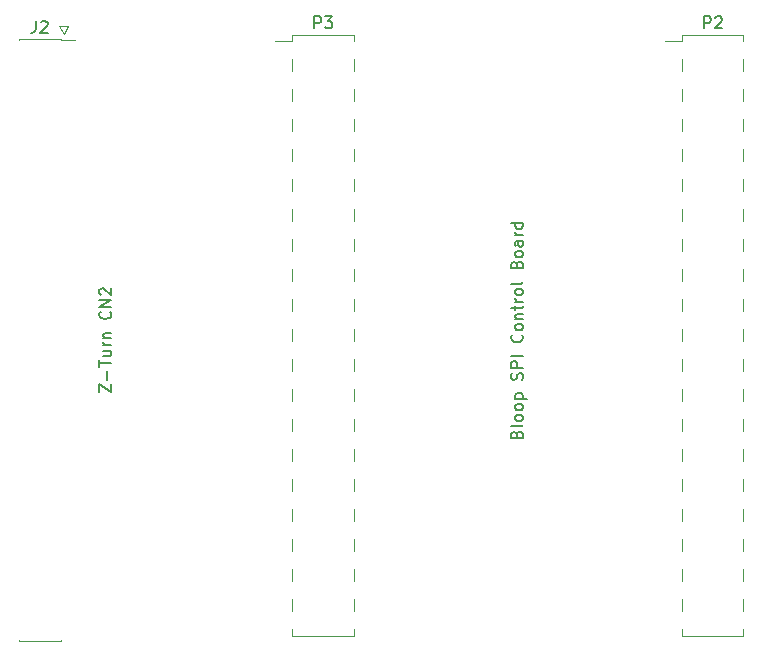
<source format=gbr>
G04 #@! TF.GenerationSoftware,KiCad,Pcbnew,5.1.5-52549c5~84~ubuntu18.04.1*
G04 #@! TF.CreationDate,2020-01-12T14:58:15-06:00*
G04 #@! TF.ProjectId,bloop-zturn-adapter,626c6f6f-702d-47a7-9475-726e2d616461,rev?*
G04 #@! TF.SameCoordinates,Original*
G04 #@! TF.FileFunction,Legend,Top*
G04 #@! TF.FilePolarity,Positive*
%FSLAX46Y46*%
G04 Gerber Fmt 4.6, Leading zero omitted, Abs format (unit mm)*
G04 Created by KiCad (PCBNEW 5.1.5-52549c5~84~ubuntu18.04.1) date 2020-01-12 14:58:15*
%MOMM*%
%LPD*%
G04 APERTURE LIST*
%ADD10C,0.150000*%
%ADD11C,0.120000*%
G04 APERTURE END LIST*
D10*
X120452380Y-97928571D02*
X120452380Y-97261904D01*
X121452380Y-97928571D01*
X121452380Y-97261904D01*
X121071428Y-96880952D02*
X121071428Y-96119047D01*
X120452380Y-95785714D02*
X120452380Y-95214285D01*
X121452380Y-95500000D02*
X120452380Y-95500000D01*
X120785714Y-94452380D02*
X121452380Y-94452380D01*
X120785714Y-94880952D02*
X121309523Y-94880952D01*
X121404761Y-94833333D01*
X121452380Y-94738095D01*
X121452380Y-94595238D01*
X121404761Y-94500000D01*
X121357142Y-94452380D01*
X121452380Y-93976190D02*
X120785714Y-93976190D01*
X120976190Y-93976190D02*
X120880952Y-93928571D01*
X120833333Y-93880952D01*
X120785714Y-93785714D01*
X120785714Y-93690476D01*
X120785714Y-93357142D02*
X121452380Y-93357142D01*
X120880952Y-93357142D02*
X120833333Y-93309523D01*
X120785714Y-93214285D01*
X120785714Y-93071428D01*
X120833333Y-92976190D01*
X120928571Y-92928571D01*
X121452380Y-92928571D01*
X121357142Y-91119047D02*
X121404761Y-91166666D01*
X121452380Y-91309523D01*
X121452380Y-91404761D01*
X121404761Y-91547619D01*
X121309523Y-91642857D01*
X121214285Y-91690476D01*
X121023809Y-91738095D01*
X120880952Y-91738095D01*
X120690476Y-91690476D01*
X120595238Y-91642857D01*
X120500000Y-91547619D01*
X120452380Y-91404761D01*
X120452380Y-91309523D01*
X120500000Y-91166666D01*
X120547619Y-91119047D01*
X121452380Y-90690476D02*
X120452380Y-90690476D01*
X121452380Y-90119047D01*
X120452380Y-90119047D01*
X120547619Y-89690476D02*
X120500000Y-89642857D01*
X120452380Y-89547619D01*
X120452380Y-89309523D01*
X120500000Y-89214285D01*
X120547619Y-89166666D01*
X120642857Y-89119047D01*
X120738095Y-89119047D01*
X120880952Y-89166666D01*
X121452380Y-89738095D01*
X121452380Y-89119047D01*
X155786171Y-101514714D02*
X155833790Y-101371857D01*
X155881409Y-101324238D01*
X155976647Y-101276619D01*
X156119504Y-101276619D01*
X156214742Y-101324238D01*
X156262361Y-101371857D01*
X156309980Y-101467095D01*
X156309980Y-101848047D01*
X155309980Y-101848047D01*
X155309980Y-101514714D01*
X155357600Y-101419476D01*
X155405219Y-101371857D01*
X155500457Y-101324238D01*
X155595695Y-101324238D01*
X155690933Y-101371857D01*
X155738552Y-101419476D01*
X155786171Y-101514714D01*
X155786171Y-101848047D01*
X156309980Y-100705190D02*
X156262361Y-100800428D01*
X156167123Y-100848047D01*
X155309980Y-100848047D01*
X156309980Y-100181380D02*
X156262361Y-100276619D01*
X156214742Y-100324238D01*
X156119504Y-100371857D01*
X155833790Y-100371857D01*
X155738552Y-100324238D01*
X155690933Y-100276619D01*
X155643314Y-100181380D01*
X155643314Y-100038523D01*
X155690933Y-99943285D01*
X155738552Y-99895666D01*
X155833790Y-99848047D01*
X156119504Y-99848047D01*
X156214742Y-99895666D01*
X156262361Y-99943285D01*
X156309980Y-100038523D01*
X156309980Y-100181380D01*
X156309980Y-99276619D02*
X156262361Y-99371857D01*
X156214742Y-99419476D01*
X156119504Y-99467095D01*
X155833790Y-99467095D01*
X155738552Y-99419476D01*
X155690933Y-99371857D01*
X155643314Y-99276619D01*
X155643314Y-99133761D01*
X155690933Y-99038523D01*
X155738552Y-98990904D01*
X155833790Y-98943285D01*
X156119504Y-98943285D01*
X156214742Y-98990904D01*
X156262361Y-99038523D01*
X156309980Y-99133761D01*
X156309980Y-99276619D01*
X155643314Y-98514714D02*
X156643314Y-98514714D01*
X155690933Y-98514714D02*
X155643314Y-98419476D01*
X155643314Y-98229000D01*
X155690933Y-98133761D01*
X155738552Y-98086142D01*
X155833790Y-98038523D01*
X156119504Y-98038523D01*
X156214742Y-98086142D01*
X156262361Y-98133761D01*
X156309980Y-98229000D01*
X156309980Y-98419476D01*
X156262361Y-98514714D01*
X156262361Y-96895666D02*
X156309980Y-96752809D01*
X156309980Y-96514714D01*
X156262361Y-96419476D01*
X156214742Y-96371857D01*
X156119504Y-96324238D01*
X156024266Y-96324238D01*
X155929028Y-96371857D01*
X155881409Y-96419476D01*
X155833790Y-96514714D01*
X155786171Y-96705190D01*
X155738552Y-96800428D01*
X155690933Y-96848047D01*
X155595695Y-96895666D01*
X155500457Y-96895666D01*
X155405219Y-96848047D01*
X155357600Y-96800428D01*
X155309980Y-96705190D01*
X155309980Y-96467095D01*
X155357600Y-96324238D01*
X156309980Y-95895666D02*
X155309980Y-95895666D01*
X155309980Y-95514714D01*
X155357600Y-95419476D01*
X155405219Y-95371857D01*
X155500457Y-95324238D01*
X155643314Y-95324238D01*
X155738552Y-95371857D01*
X155786171Y-95419476D01*
X155833790Y-95514714D01*
X155833790Y-95895666D01*
X156309980Y-94895666D02*
X155309980Y-94895666D01*
X156214742Y-93086142D02*
X156262361Y-93133761D01*
X156309980Y-93276619D01*
X156309980Y-93371857D01*
X156262361Y-93514714D01*
X156167123Y-93609952D01*
X156071885Y-93657571D01*
X155881409Y-93705190D01*
X155738552Y-93705190D01*
X155548076Y-93657571D01*
X155452838Y-93609952D01*
X155357600Y-93514714D01*
X155309980Y-93371857D01*
X155309980Y-93276619D01*
X155357600Y-93133761D01*
X155405219Y-93086142D01*
X156309980Y-92514714D02*
X156262361Y-92609952D01*
X156214742Y-92657571D01*
X156119504Y-92705190D01*
X155833790Y-92705190D01*
X155738552Y-92657571D01*
X155690933Y-92609952D01*
X155643314Y-92514714D01*
X155643314Y-92371857D01*
X155690933Y-92276619D01*
X155738552Y-92229000D01*
X155833790Y-92181380D01*
X156119504Y-92181380D01*
X156214742Y-92229000D01*
X156262361Y-92276619D01*
X156309980Y-92371857D01*
X156309980Y-92514714D01*
X155643314Y-91752809D02*
X156309980Y-91752809D01*
X155738552Y-91752809D02*
X155690933Y-91705190D01*
X155643314Y-91609952D01*
X155643314Y-91467095D01*
X155690933Y-91371857D01*
X155786171Y-91324238D01*
X156309980Y-91324238D01*
X155643314Y-90990904D02*
X155643314Y-90609952D01*
X155309980Y-90848047D02*
X156167123Y-90848047D01*
X156262361Y-90800428D01*
X156309980Y-90705190D01*
X156309980Y-90609952D01*
X156309980Y-90276619D02*
X155643314Y-90276619D01*
X155833790Y-90276619D02*
X155738552Y-90229000D01*
X155690933Y-90181380D01*
X155643314Y-90086142D01*
X155643314Y-89990904D01*
X156309980Y-89514714D02*
X156262361Y-89609952D01*
X156214742Y-89657571D01*
X156119504Y-89705190D01*
X155833790Y-89705190D01*
X155738552Y-89657571D01*
X155690933Y-89609952D01*
X155643314Y-89514714D01*
X155643314Y-89371857D01*
X155690933Y-89276619D01*
X155738552Y-89229000D01*
X155833790Y-89181380D01*
X156119504Y-89181380D01*
X156214742Y-89229000D01*
X156262361Y-89276619D01*
X156309980Y-89371857D01*
X156309980Y-89514714D01*
X156309980Y-88609952D02*
X156262361Y-88705190D01*
X156167123Y-88752809D01*
X155309980Y-88752809D01*
X155786171Y-87133761D02*
X155833790Y-86990904D01*
X155881409Y-86943285D01*
X155976647Y-86895666D01*
X156119504Y-86895666D01*
X156214742Y-86943285D01*
X156262361Y-86990904D01*
X156309980Y-87086142D01*
X156309980Y-87467095D01*
X155309980Y-87467095D01*
X155309980Y-87133761D01*
X155357600Y-87038523D01*
X155405219Y-86990904D01*
X155500457Y-86943285D01*
X155595695Y-86943285D01*
X155690933Y-86990904D01*
X155738552Y-87038523D01*
X155786171Y-87133761D01*
X155786171Y-87467095D01*
X156309980Y-86324238D02*
X156262361Y-86419476D01*
X156214742Y-86467095D01*
X156119504Y-86514714D01*
X155833790Y-86514714D01*
X155738552Y-86467095D01*
X155690933Y-86419476D01*
X155643314Y-86324238D01*
X155643314Y-86181380D01*
X155690933Y-86086142D01*
X155738552Y-86038523D01*
X155833790Y-85990904D01*
X156119504Y-85990904D01*
X156214742Y-86038523D01*
X156262361Y-86086142D01*
X156309980Y-86181380D01*
X156309980Y-86324238D01*
X156309980Y-85133761D02*
X155786171Y-85133761D01*
X155690933Y-85181380D01*
X155643314Y-85276619D01*
X155643314Y-85467095D01*
X155690933Y-85562333D01*
X156262361Y-85133761D02*
X156309980Y-85229000D01*
X156309980Y-85467095D01*
X156262361Y-85562333D01*
X156167123Y-85609952D01*
X156071885Y-85609952D01*
X155976647Y-85562333D01*
X155929028Y-85467095D01*
X155929028Y-85229000D01*
X155881409Y-85133761D01*
X156309980Y-84657571D02*
X155643314Y-84657571D01*
X155833790Y-84657571D02*
X155738552Y-84609952D01*
X155690933Y-84562333D01*
X155643314Y-84467095D01*
X155643314Y-84371857D01*
X156309980Y-83609952D02*
X155309980Y-83609952D01*
X156262361Y-83609952D02*
X156309980Y-83705190D01*
X156309980Y-83895666D01*
X156262361Y-83990904D01*
X156214742Y-84038523D01*
X156119504Y-84086142D01*
X155833790Y-84086142D01*
X155738552Y-84038523D01*
X155690933Y-83990904D01*
X155643314Y-83895666D01*
X155643314Y-83705190D01*
X155690933Y-83609952D01*
D11*
X117813000Y-66977000D02*
X117432000Y-67612000D01*
X117051000Y-66977000D02*
X117813000Y-66977000D01*
X117432000Y-67612000D02*
X117051000Y-66977000D01*
X117165000Y-118915000D02*
X117165000Y-118980000D01*
X113635000Y-118915000D02*
X113635000Y-118980000D01*
X117165000Y-68060000D02*
X117165000Y-68125000D01*
X113635000Y-68060000D02*
X113635000Y-68125000D01*
X113635000Y-118980000D02*
X117165000Y-118980000D01*
X113635000Y-68060000D02*
X117165000Y-68060000D01*
X117165000Y-68125000D02*
X118400000Y-68125000D01*
X141988000Y-115489000D02*
X141988000Y-116509000D01*
X136788000Y-115489000D02*
X136788000Y-116509000D01*
X141988000Y-112949000D02*
X141988000Y-113969000D01*
X136788000Y-112949000D02*
X136788000Y-113969000D01*
X141988000Y-110409000D02*
X141988000Y-111429000D01*
X136788000Y-110409000D02*
X136788000Y-111429000D01*
X141988000Y-107869000D02*
X141988000Y-108889000D01*
X136788000Y-107869000D02*
X136788000Y-108889000D01*
X141988000Y-105329000D02*
X141988000Y-106349000D01*
X136788000Y-105329000D02*
X136788000Y-106349000D01*
X141988000Y-102789000D02*
X141988000Y-103809000D01*
X136788000Y-102789000D02*
X136788000Y-103809000D01*
X141988000Y-100249000D02*
X141988000Y-101269000D01*
X136788000Y-100249000D02*
X136788000Y-101269000D01*
X141988000Y-97709000D02*
X141988000Y-98729000D01*
X136788000Y-97709000D02*
X136788000Y-98729000D01*
X141988000Y-95169000D02*
X141988000Y-96189000D01*
X136788000Y-95169000D02*
X136788000Y-96189000D01*
X141988000Y-92629000D02*
X141988000Y-93649000D01*
X136788000Y-92629000D02*
X136788000Y-93649000D01*
X141988000Y-90089000D02*
X141988000Y-91109000D01*
X136788000Y-90089000D02*
X136788000Y-91109000D01*
X141988000Y-87549000D02*
X141988000Y-88569000D01*
X136788000Y-87549000D02*
X136788000Y-88569000D01*
X141988000Y-85009000D02*
X141988000Y-86029000D01*
X136788000Y-85009000D02*
X136788000Y-86029000D01*
X141988000Y-82469000D02*
X141988000Y-83489000D01*
X136788000Y-82469000D02*
X136788000Y-83489000D01*
X141988000Y-79929000D02*
X141988000Y-80949000D01*
X136788000Y-79929000D02*
X136788000Y-80949000D01*
X141988000Y-77389000D02*
X141988000Y-78409000D01*
X136788000Y-77389000D02*
X136788000Y-78409000D01*
X141988000Y-74849000D02*
X141988000Y-75869000D01*
X136788000Y-74849000D02*
X136788000Y-75869000D01*
X141988000Y-72309000D02*
X141988000Y-73329000D01*
X136788000Y-72309000D02*
X136788000Y-73329000D01*
X141988000Y-69769000D02*
X141988000Y-70789000D01*
X136788000Y-69769000D02*
X136788000Y-70789000D01*
X141988000Y-118029000D02*
X141988000Y-118599000D01*
X136788000Y-118029000D02*
X136788000Y-118599000D01*
X141988000Y-67679000D02*
X141988000Y-68249000D01*
X136788000Y-67679000D02*
X136788000Y-68249000D01*
X135348000Y-68249000D02*
X136788000Y-68249000D01*
X136788000Y-118599000D02*
X141988000Y-118599000D01*
X136788000Y-67679000D02*
X141988000Y-67679000D01*
X174982600Y-115489000D02*
X174982600Y-116509000D01*
X169782600Y-115489000D02*
X169782600Y-116509000D01*
X174982600Y-112949000D02*
X174982600Y-113969000D01*
X169782600Y-112949000D02*
X169782600Y-113969000D01*
X174982600Y-110409000D02*
X174982600Y-111429000D01*
X169782600Y-110409000D02*
X169782600Y-111429000D01*
X174982600Y-107869000D02*
X174982600Y-108889000D01*
X169782600Y-107869000D02*
X169782600Y-108889000D01*
X174982600Y-105329000D02*
X174982600Y-106349000D01*
X169782600Y-105329000D02*
X169782600Y-106349000D01*
X174982600Y-102789000D02*
X174982600Y-103809000D01*
X169782600Y-102789000D02*
X169782600Y-103809000D01*
X174982600Y-100249000D02*
X174982600Y-101269000D01*
X169782600Y-100249000D02*
X169782600Y-101269000D01*
X174982600Y-97709000D02*
X174982600Y-98729000D01*
X169782600Y-97709000D02*
X169782600Y-98729000D01*
X174982600Y-95169000D02*
X174982600Y-96189000D01*
X169782600Y-95169000D02*
X169782600Y-96189000D01*
X174982600Y-92629000D02*
X174982600Y-93649000D01*
X169782600Y-92629000D02*
X169782600Y-93649000D01*
X174982600Y-90089000D02*
X174982600Y-91109000D01*
X169782600Y-90089000D02*
X169782600Y-91109000D01*
X174982600Y-87549000D02*
X174982600Y-88569000D01*
X169782600Y-87549000D02*
X169782600Y-88569000D01*
X174982600Y-85009000D02*
X174982600Y-86029000D01*
X169782600Y-85009000D02*
X169782600Y-86029000D01*
X174982600Y-82469000D02*
X174982600Y-83489000D01*
X169782600Y-82469000D02*
X169782600Y-83489000D01*
X174982600Y-79929000D02*
X174982600Y-80949000D01*
X169782600Y-79929000D02*
X169782600Y-80949000D01*
X174982600Y-77389000D02*
X174982600Y-78409000D01*
X169782600Y-77389000D02*
X169782600Y-78409000D01*
X174982600Y-74849000D02*
X174982600Y-75869000D01*
X169782600Y-74849000D02*
X169782600Y-75869000D01*
X174982600Y-72309000D02*
X174982600Y-73329000D01*
X169782600Y-72309000D02*
X169782600Y-73329000D01*
X174982600Y-69769000D02*
X174982600Y-70789000D01*
X169782600Y-69769000D02*
X169782600Y-70789000D01*
X174982600Y-118029000D02*
X174982600Y-118599000D01*
X169782600Y-118029000D02*
X169782600Y-118599000D01*
X174982600Y-67679000D02*
X174982600Y-68249000D01*
X169782600Y-67679000D02*
X169782600Y-68249000D01*
X168342600Y-68249000D02*
X169782600Y-68249000D01*
X169782600Y-118599000D02*
X174982600Y-118599000D01*
X169782600Y-67679000D02*
X174982600Y-67679000D01*
D10*
X115066666Y-66512380D02*
X115066666Y-67226666D01*
X115019047Y-67369523D01*
X114923809Y-67464761D01*
X114780952Y-67512380D01*
X114685714Y-67512380D01*
X115495238Y-66607619D02*
X115542857Y-66560000D01*
X115638095Y-66512380D01*
X115876190Y-66512380D01*
X115971428Y-66560000D01*
X116019047Y-66607619D01*
X116066666Y-66702857D01*
X116066666Y-66798095D01*
X116019047Y-66940952D01*
X115447619Y-67512380D01*
X116066666Y-67512380D01*
X138649904Y-67131380D02*
X138649904Y-66131380D01*
X139030857Y-66131380D01*
X139126095Y-66179000D01*
X139173714Y-66226619D01*
X139221333Y-66321857D01*
X139221333Y-66464714D01*
X139173714Y-66559952D01*
X139126095Y-66607571D01*
X139030857Y-66655190D01*
X138649904Y-66655190D01*
X139554666Y-66131380D02*
X140173714Y-66131380D01*
X139840380Y-66512333D01*
X139983238Y-66512333D01*
X140078476Y-66559952D01*
X140126095Y-66607571D01*
X140173714Y-66702809D01*
X140173714Y-66940904D01*
X140126095Y-67036142D01*
X140078476Y-67083761D01*
X139983238Y-67131380D01*
X139697523Y-67131380D01*
X139602285Y-67083761D01*
X139554666Y-67036142D01*
X171644504Y-67131380D02*
X171644504Y-66131380D01*
X172025457Y-66131380D01*
X172120695Y-66179000D01*
X172168314Y-66226619D01*
X172215933Y-66321857D01*
X172215933Y-66464714D01*
X172168314Y-66559952D01*
X172120695Y-66607571D01*
X172025457Y-66655190D01*
X171644504Y-66655190D01*
X172596885Y-66226619D02*
X172644504Y-66179000D01*
X172739742Y-66131380D01*
X172977838Y-66131380D01*
X173073076Y-66179000D01*
X173120695Y-66226619D01*
X173168314Y-66321857D01*
X173168314Y-66417095D01*
X173120695Y-66559952D01*
X172549266Y-67131380D01*
X173168314Y-67131380D01*
M02*

</source>
